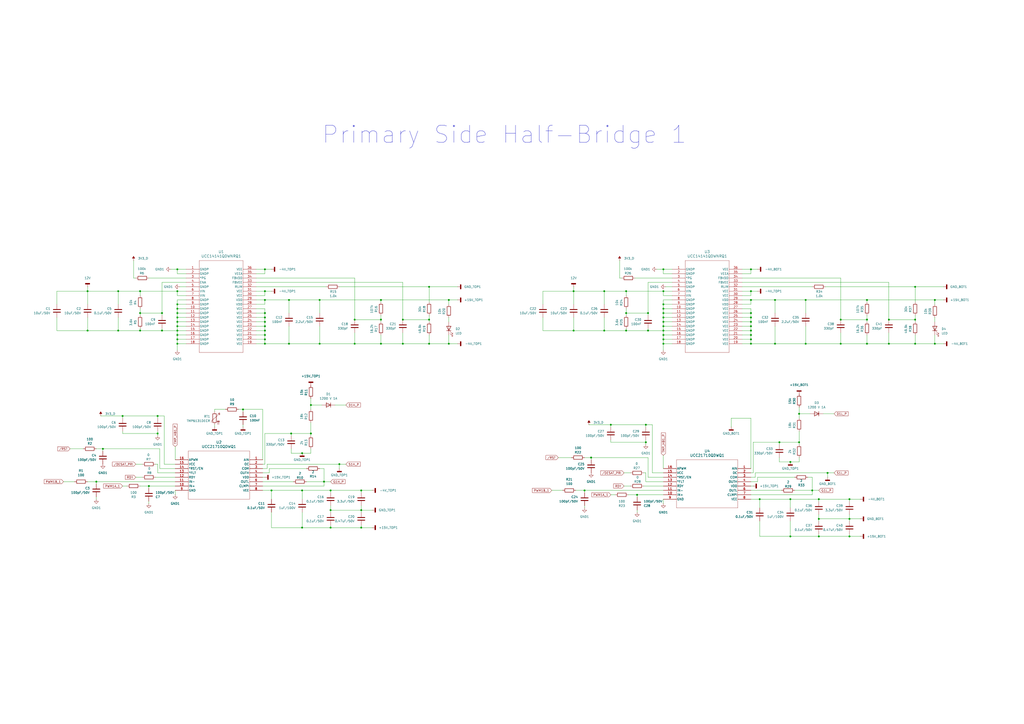
<source format=kicad_sch>
(kicad_sch (version 20231120) (generator "eeschema") (generator_version "8.0")
  (paper "A2")
  (junction (at 153.67 189.23))
  (junction (at 384.81 194.31))
  (junction (at 102.87 156.21))
  (junction (at 68.58 191.77))
  (junction (at 350.52 191.77))
  (junction (at 153.67 181.61))
  (junction (at 153.67 184.15))
  (junction (at 81.28 181.61))
  (junction (at 384.81 191.77))
  (junction (at 248.92 185.42))
  (junction (at 492.76 289.56))
  (junction (at 384.81 179.07))
  (junction (at 467.36 173.99))
  (junction (at 435.61 173.99))
  (junction (at 474.98 300.99))
  (junction (at 86.36 281.94))
  (junction (at 384.81 156.21))
  (junction (at 458.47 289.56))
  (junction (at 487.68 199.39))
  (junction (at 463.55 240.03))
  (junction (at 167.64 199.39))
  (junction (at 435.61 194.31))
  (junction (at 180.34 251.46))
  (junction (at 157.48 284.48))
  (junction (at 55.88 279.4))
  (junction (at 175.26 262.89))
  (junction (at 71.12 241.3))
  (junction (at 102.87 199.39))
  (junction (at 384.81 189.23))
  (junction (at 435.61 191.77))
  (junction (at 102.87 181.61))
  (junction (at 542.29 173.99))
  (junction (at 81.28 168.91))
  (junction (at 339.09 284.48))
  (junction (at 363.22 181.61))
  (junction (at 191.77 295.91))
  (junction (at 153.67 173.99))
  (junction (at 530.86 185.42))
  (junction (at 260.35 173.99))
  (junction (at 102.87 179.07))
  (junction (at 102.87 196.85))
  (junction (at 233.68 199.39))
  (junction (at 458.47 267.97))
  (junction (at 384.81 181.61))
  (junction (at 187.96 279.4))
  (junction (at 209.55 295.91))
  (junction (at 196.85 269.24))
  (junction (at 384.81 196.85))
  (junction (at 153.67 168.91))
  (junction (at 93.98 191.77))
  (junction (at 440.69 289.56))
  (junction (at 205.74 185.42))
  (junction (at 369.57 287.02))
  (junction (at 458.47 311.15))
  (junction (at 435.61 186.69))
  (junction (at 435.61 168.91))
  (junction (at 502.92 199.39))
  (junction (at 363.22 191.77))
  (junction (at 471.17 284.48))
  (junction (at 248.92 166.37))
  (junction (at 93.98 181.61))
  (junction (at 492.76 311.15))
  (junction (at 384.81 176.53))
  (junction (at 153.67 186.69))
  (junction (at 153.67 191.77))
  (junction (at 435.61 184.15))
  (junction (at 435.61 189.23))
  (junction (at 375.92 181.61))
  (junction (at 374.65 246.38))
  (junction (at 102.87 176.53))
  (junction (at 487.68 185.42))
  (junction (at 81.28 191.77))
  (junction (at 185.42 173.99))
  (junction (at 332.74 168.91))
  (junction (at 452.12 256.54))
  (junction (at 467.36 199.39))
  (junction (at 449.58 173.99))
  (junction (at 102.87 189.23))
  (junction (at 167.64 173.99))
  (junction (at 59.69 260.35))
  (junction (at 515.62 185.42))
  (junction (at 474.98 289.56))
  (junction (at 474.98 311.15))
  (junction (at 492.76 300.99))
  (junction (at 102.87 191.77))
  (junction (at 175.26 284.48))
  (junction (at 191.77 284.48))
  (junction (at 233.68 185.42))
  (junction (at 102.87 186.69))
  (junction (at 542.29 199.39))
  (junction (at 435.61 199.39))
  (junction (at 50.8 168.91))
  (junction (at 209.55 284.48))
  (junction (at 435.61 196.85))
  (junction (at 375.92 191.77))
  (junction (at 168.91 251.46))
  (junction (at 463.55 256.54))
  (junction (at 91.44 251.46))
  (junction (at 153.67 199.39))
  (junction (at 153.67 194.31))
  (junction (at 205.74 199.39))
  (junction (at 102.87 168.91))
  (junction (at 350.52 168.91))
  (junction (at 480.06 274.32))
  (junction (at 191.77 306.07))
  (junction (at 220.98 199.39))
  (junction (at 530.86 166.37))
  (junction (at 363.22 168.91))
  (junction (at 68.58 168.91))
  (junction (at 91.44 241.3))
  (junction (at 530.86 199.39))
  (junction (at 50.8 191.77))
  (junction (at 354.33 246.38))
  (junction (at 175.26 306.07))
  (junction (at 153.67 156.21))
  (junction (at 384.81 199.39))
  (junction (at 435.61 156.21))
  (junction (at 180.34 234.95))
  (junction (at 260.35 199.39))
  (junction (at 153.67 196.85))
  (junction (at 209.55 306.07))
  (junction (at 140.97 237.49))
  (junction (at 185.42 199.39))
  (junction (at 374.65 256.54))
  (junction (at 384.81 186.69))
  (junction (at 384.81 184.15))
  (junction (at 220.98 173.99))
  (junction (at 435.61 181.61))
  (junction (at 449.58 199.39))
  (junction (at 102.87 184.15))
  (junction (at 248.92 199.39))
  (junction (at 502.92 185.42))
  (junction (at 342.9 265.43))
  (junction (at 220.98 185.42))
  (junction (at 515.62 199.39))
  (junction (at 332.74 191.77))
  (junction (at 102.87 194.31))
  (junction (at 384.81 168.91))
  (junction (at 502.92 173.99))
  (wire (pts (xy 375.92 182.88) (xy 375.92 181.61)))
  (wire (pts (xy 463.55 240.03) (xy 463.55 242.57)))
  (wire (pts (xy 463.55 236.22) (xy 463.55 240.03)))
  (wire (pts (xy 187.96 279.4) (xy 187.96 281.94)))
  (wire (pts (xy 492.76 289.56) (xy 499.11 289.56)))
  (wire (pts (xy 68.58 184.15) (xy 68.58 191.77)))
  (wire (pts (xy 153.67 184.15) (xy 153.67 186.69)))
  (wire (pts (xy 248.92 185.42) (xy 248.92 186.69)))
  (wire (pts (xy 220.98 185.42) (xy 220.98 186.69)))
  (wire (pts (xy 384.81 276.86) (xy 375.92 276.86)))
  (wire (pts (xy 55.88 288.29) (xy 55.88 289.56)))
  (wire (pts (xy 248.92 199.39) (xy 260.35 199.39)))
  (wire (pts (xy 148.59 156.21) (xy 153.67 156.21)))
  (wire (pts (xy 384.81 264.16) (xy 384.81 271.78)))
  (wire (pts (xy 107.95 168.91) (xy 102.87 168.91)))
  (wire (pts (xy 187.96 279.4) (xy 191.77 279.4)))
  (wire (pts (xy 50.8 168.91) (xy 50.8 176.53)))
  (wire (pts (xy 438.15 276.86) (xy 435.61 276.86)))
  (wire (pts (xy 389.89 179.07) (xy 384.81 179.07)))
  (wire (pts (xy 478.79 166.37) (xy 530.86 166.37)))
  (wire (pts (xy 542.29 173.99) (xy 547.37 173.99)))
  (wire (pts (xy 95.25 269.24) (xy 95.25 241.3)))
  (wire (pts (xy 205.74 199.39) (xy 220.98 199.39)))
  (wire (pts (xy 363.22 181.61) (xy 363.22 182.88)))
  (wire (pts (xy 152.4 284.48) (xy 157.48 284.48)))
  (wire (pts (xy 471.17 276.86) (xy 471.17 284.48)))
  (wire (pts (xy 435.61 179.07) (xy 435.61 181.61)))
  (wire (pts (xy 233.68 185.42) (xy 248.92 185.42)))
  (wire (pts (xy 102.87 186.69) (xy 102.87 189.23)))
  (wire (pts (xy 332.74 191.77) (xy 350.52 191.77)))
  (wire (pts (xy 435.61 176.53) (xy 435.61 173.99)))
  (wire (pts (xy 435.61 271.78) (xy 435.61 242.57)))
  (wire (pts (xy 191.77 306.07) (xy 209.55 306.07)))
  (wire (pts (xy 435.61 287.02) (xy 471.17 287.02)))
  (wire (pts (xy 107.95 179.07) (xy 102.87 179.07)))
  (wire (pts (xy 471.17 284.48) (xy 471.17 287.02)))
  (wire (pts (xy 467.36 173.99) (xy 467.36 181.61)))
  (wire (pts (xy 374.65 279.4) (xy 374.65 274.32)))
  (wire (pts (xy 153.67 194.31) (xy 153.67 196.85)))
  (wire (pts (xy 474.98 298.45) (xy 474.98 300.99)))
  (wire (pts (xy 350.52 191.77) (xy 363.22 191.77)))
  (wire (pts (xy 384.81 184.15) (xy 384.81 186.69)))
  (wire (pts (xy 384.81 287.02) (xy 369.57 287.02)))
  (wire (pts (xy 154.94 269.24) (xy 154.94 271.78)))
  (wire (pts (xy 436.88 274.32) (xy 436.88 256.54)))
  (wire (pts (xy 314.96 191.77) (xy 332.74 191.77)))
  (wire (pts (xy 81.28 181.61) (xy 81.28 182.88)))
  (wire (pts (xy 153.67 181.61) (xy 153.67 184.15)))
  (wire (pts (xy 389.89 186.69) (xy 384.81 186.69)))
  (wire (pts (xy 260.35 173.99) (xy 260.35 176.53)))
  (wire (pts (xy 458.47 267.97) (xy 463.55 267.97)))
  (wire (pts (xy 102.87 199.39) (xy 102.87 203.2)))
  (wire (pts (xy 438.15 274.32) (xy 480.06 274.32)))
  (wire (pts (xy 515.62 199.39) (xy 530.86 199.39)))
  (wire (pts (xy 140.97 246.38) (xy 140.97 247.65)))
  (wire (pts (xy 374.65 256.54) (xy 374.65 257.81)))
  (wire (pts (xy 350.52 168.91) (xy 350.52 176.53)))
  (wire (pts (xy 175.26 289.56) (xy 175.26 284.48)))
  (wire (pts (xy 233.68 199.39) (xy 248.92 199.39)))
  (wire (pts (xy 320.04 284.48) (xy 326.39 284.48)))
  (wire (pts (xy 435.61 242.57) (xy 424.18 242.57)))
  (wire (pts (xy 384.81 181.61) (xy 384.81 184.15)))
  (wire (pts (xy 480.06 274.32) (xy 480.06 276.86)))
  (wire (pts (xy 375.92 181.61) (xy 363.22 181.61)))
  (wire (pts (xy 191.77 295.91) (xy 191.77 297.18)))
  (wire (pts (xy 185.42 189.23) (xy 185.42 199.39)))
  (wire (pts (xy 384.81 194.31) (xy 384.81 196.85)))
  (wire (pts (xy 220.98 175.26) (xy 220.98 173.99)))
  (wire (pts (xy 452.12 257.81) (xy 452.12 256.54)))
  (wire (pts (xy 153.67 156.21) (xy 157.48 156.21)))
  (wire (pts (xy 487.68 199.39) (xy 502.92 199.39)))
  (wire (pts (xy 435.61 191.77) (xy 435.61 194.31)))
  (wire (pts (xy 354.33 256.54) (xy 374.65 256.54)))
  (wire (pts (xy 389.89 181.61) (xy 384.81 181.61)))
  (wire (pts (xy 430.53 173.99) (xy 435.61 173.99)))
  (wire (pts (xy 71.12 241.3) (xy 71.12 242.57)))
  (wire (pts (xy 502.92 175.26) (xy 502.92 173.99)))
  (wire (pts (xy 36.83 279.4) (xy 43.18 279.4)))
  (wire (pts (xy 363.22 179.07) (xy 363.22 181.61)))
  (wire (pts (xy 148.59 158.75) (xy 153.67 158.75)))
  (wire (pts (xy 107.95 176.53) (xy 102.87 176.53)))
  (wire (pts (xy 187.96 271.78) (xy 187.96 279.4)))
  (wire (pts (xy 148.59 166.37) (xy 189.23 166.37)))
  (wire (pts (xy 502.92 182.88) (xy 502.92 185.42)))
  (wire (pts (xy 167.64 199.39) (xy 185.42 199.39)))
  (wire (pts (xy 368.3 161.29) (xy 389.89 161.29)))
  (wire (pts (xy 430.53 163.83) (xy 515.62 163.83)))
  (wire (pts (xy 439.42 276.86) (xy 439.42 279.4)))
  (wire (pts (xy 152.4 276.86) (xy 153.67 276.86)))
  (wire (pts (xy 124.46 246.38) (xy 124.46 247.65)))
  (wire (pts (xy 153.67 251.46) (xy 168.91 251.46)))
  (wire (pts (xy 323.85 265.43) (xy 331.47 265.43)))
  (wire (pts (xy 458.47 294.64) (xy 458.47 289.56)))
  (wire (pts (xy 107.95 158.75) (xy 102.87 158.75)))
  (wire (pts (xy 102.87 184.15) (xy 102.87 186.69)))
  (wire (pts (xy 156.21 271.78) (xy 156.21 274.32)))
  (wire (pts (xy 530.86 199.39) (xy 542.29 199.39)))
  (wire (pts (xy 369.57 295.91) (xy 369.57 297.18)))
  (wire (pts (xy 332.74 168.91) (xy 332.74 176.53)))
  (wire (pts (xy 502.92 194.31) (xy 502.92 199.39)))
  (wire (pts (xy 384.81 191.77) (xy 384.81 194.31)))
  (wire (pts (xy 102.87 176.53) (xy 102.87 179.07)))
  (wire (pts (xy 167.64 173.99) (xy 185.42 173.99)))
  (wire (pts (xy 373.38 274.32) (xy 374.65 274.32)))
  (wire (pts (xy 375.92 190.5) (xy 375.92 191.77)))
  (wire (pts (xy 175.26 284.48) (xy 191.77 284.48)))
  (wire (pts (xy 386.08 166.37) (xy 389.89 166.37)))
  (wire (pts (xy 474.98 289.56) (xy 492.76 289.56)))
  (wire (pts (xy 468.63 276.86) (xy 471.17 276.86)))
  (wire (pts (xy 205.74 185.42) (xy 220.98 185.42)))
  (wire (pts (xy 220.98 194.31) (xy 220.98 199.39)))
  (wire (pts (xy 435.61 199.39) (xy 449.58 199.39)))
  (wire (pts (xy 157.48 297.18) (xy 157.48 306.07)))
  (wire (pts (xy 384.81 158.75) (xy 384.81 156.21)))
  (wire (pts (xy 101.6 287.02) (xy 101.6 284.48)))
  (wire (pts (xy 492.76 300.99) (xy 499.11 300.99)))
  (wire (pts (xy 248.92 166.37) (xy 265.43 166.37)))
  (wire (pts (xy 332.74 168.91) (xy 314.96 168.91)))
  (wire (pts (xy 515.62 163.83) (xy 515.62 185.42)))
  (wire (pts (xy 148.59 189.23) (xy 153.67 189.23)))
  (wire (pts (xy 471.17 284.48) (xy 474.98 284.48)))
  (wire (pts (xy 430.53 191.77) (xy 435.61 191.77)))
  (wire (pts (xy 40.64 260.35) (xy 48.26 260.35)))
  (wire (pts (xy 86.36 290.83) (xy 86.36 292.1)))
  (wire (pts (xy 430.53 158.75) (xy 435.61 158.75)))
  (wire (pts (xy 361.95 274.32) (xy 365.76 274.32)))
  (wire (pts (xy 435.61 196.85) (xy 435.61 199.39)))
  (wire (pts (xy 463.55 257.81) (xy 463.55 256.54)))
  (wire (pts (xy 55.88 279.4) (xy 101.6 279.4)))
  (wire (pts (xy 430.53 156.21) (xy 435.61 156.21)))
  (wire (pts (xy 81.28 190.5) (xy 81.28 191.77)))
  (wire (pts (xy 449.58 173.99) (xy 467.36 173.99)))
  (wire (pts (xy 157.48 284.48) (xy 175.26 284.48)))
  (wire (pts (xy 430.53 186.69) (xy 435.61 186.69)))
  (wire (pts (xy 153.67 196.85) (xy 153.67 199.39)))
  (wire (pts (xy 102.87 189.23) (xy 102.87 191.77)))
  (wire (pts (xy 435.61 156.21) (xy 439.42 156.21)))
  (wire (pts (xy 152.4 279.4) (xy 170.18 279.4)))
  (wire (pts (xy 107.95 173.99) (xy 102.87 173.99)))
  (wire (pts (xy 233.68 163.83) (xy 233.68 185.42)))
  (wire (pts (xy 474.98 309.88) (xy 474.98 311.15)))
  (wire (pts (xy 215.9 306.07) (xy 209.55 306.07)))
  (wire (pts (xy 102.87 179.07) (xy 102.87 181.61)))
  (wire (pts (xy 314.96 168.91) (xy 314.96 176.53)))
  (wire (pts (xy 389.89 194.31) (xy 384.81 194.31)))
  (wire (pts (xy 209.55 284.48) (xy 215.9 284.48)))
  (wire (pts (xy 91.44 241.3) (xy 71.12 241.3)))
  (wire (pts (xy 430.53 184.15) (xy 435.61 184.15)))
  (wire (pts (xy 350.52 184.15) (xy 350.52 191.77)))
  (wire (pts (xy 180.34 252.73) (xy 180.34 251.46)))
  (wire (pts (xy 102.87 158.75) (xy 102.87 156.21)))
  (wire (pts (xy 530.86 166.37) (xy 530.86 175.26)))
  (wire (pts (xy 153.67 189.23) (xy 153.67 191.77)))
  (wire (pts (xy 461.01 284.48) (xy 471.17 284.48)))
  (wire (pts (xy 438.15 274.32) (xy 438.15 276.86)))
  (wire (pts (xy 492.76 289.56) (xy 492.76 290.83)))
  (wire (pts (xy 148.59 171.45) (xy 153.67 171.45)))
  (wire (pts (xy 107.95 191.77) (xy 102.87 191.77)))
  (wire (pts (xy 153.67 269.24) (xy 153.67 251.46)))
  (wire (pts (xy 474.98 300.99) (xy 492.76 300.99)))
  (wire (pts (xy 77.47 151.13) (xy 77.47 161.29)))
  (wire (pts (xy 384.81 186.69) (xy 384.81 189.23)))
  (wire (pts (xy 153.67 173.99) (xy 167.64 173.99)))
  (wire (pts (xy 260.35 184.15) (xy 260.35 186.69)))
  (wire (pts (xy 124.46 237.49) (xy 124.46 238.76)))
  (wire (pts (xy 153.67 186.69) (xy 153.67 189.23)))
  (wire (pts (xy 81.28 191.77) (xy 93.98 191.77)))
  (wire (pts (xy 157.48 284.48) (xy 157.48 289.56)))
  (wire (pts (xy 148.59 176.53) (xy 153.67 176.53)))
  (wire (pts (xy 148.59 184.15) (xy 153.67 184.15)))
  (wire (pts (xy 71.12 250.19) (xy 71.12 251.46)))
  (wire (pts (xy 435.61 173.99) (xy 449.58 173.99)))
  (wire (pts (xy 99.06 156.21) (xy 102.87 156.21)))
  (wire (pts (xy 430.53 166.37) (xy 471.17 166.37)))
  (wire (pts (xy 81.28 179.07) (xy 81.28 181.61)))
  (wire (pts (xy 435.61 194.31) (xy 435.61 196.85)))
  (wire (pts (xy 430.53 171.45) (xy 435.61 171.45)))
  (wire (pts (xy 339.09 284.48) (xy 334.01 284.48)))
  (wire (pts (xy 153.67 269.24) (xy 152.4 269.24)))
  (wire (pts (xy 374.65 256.54) (xy 374.65 255.27)))
  (wire (pts (xy 140.97 237.49) (xy 140.97 238.76)))
  (wire (pts (xy 424.18 242.57) (xy 424.18 247.65)))
  (wire (pts (xy 102.87 156.21) (xy 107.95 156.21)))
  (wire (pts (xy 191.77 304.8) (xy 191.77 306.07)))
  (wire (pts (xy 148.59 199.39) (xy 153.67 199.39)))
  (wire (pts (xy 499.11 311.15) (xy 492.76 311.15)))
  (wire (pts (xy 191.77 284.48) (xy 191.77 285.75)))
  (wire (pts (xy 389.89 196.85) (xy 384.81 196.85)))
  (wire (pts (xy 102.87 191.77) (xy 102.87 194.31)))
  (wire (pts (xy 196.85 166.37) (xy 248.92 166.37)))
  (wire (pts (xy 389.89 184.15) (xy 384.81 184.15)))
  (wire (pts (xy 148.59 191.77) (xy 153.67 191.77)))
  (wire (pts (xy 363.22 168.91) (xy 350.52 168.91)))
  (wire (pts (xy 487.68 161.29) (xy 487.68 185.42)))
  (wire (pts (xy 452.12 267.97) (xy 458.47 267.97)))
  (wire (pts (xy 71.12 251.46) (xy 91.44 251.46)))
  (wire (pts (xy 332.74 166.37) (xy 332.74 168.91)))
  (wire (pts (xy 93.98 190.5) (xy 93.98 191.77)))
  (wire (pts (xy 194.31 234.95) (xy 200.66 234.95)))
  (wire (pts (xy 156.21 274.32) (xy 152.4 274.32)))
  (wire (pts (xy 339.09 265.43) (xy 342.9 265.43)))
  (wire (pts (xy 153.67 191.77) (xy 153.67 194.31)))
  (wire (pts (xy 354.33 255.27) (xy 354.33 256.54)))
  (wire (pts (xy 384.81 189.23) (xy 384.81 191.77)))
  (wire (pts (xy 369.57 287.02) (xy 364.49 287.02)))
  (wire (pts (xy 153.67 168.91) (xy 153.67 171.45)))
  (wire (pts (xy 530.86 194.31) (xy 530.86 199.39)))
  (wire (pts (xy 435.61 168.91) (xy 435.61 171.45)))
  (wire (pts (xy 185.42 199.39) (xy 205.74 199.39)))
  (wire (pts (xy 430.53 189.23) (xy 435.61 189.23)))
  (wire (pts (xy 374.65 246.38) (xy 354.33 246.38)))
  (wire (pts (xy 153.67 158.75) (xy 153.67 156.21)))
  (wire (pts (xy 384.81 196.85) (xy 384.81 199.39)))
  (wire (pts (xy 260.35 199.39) (xy 265.43 199.39)))
  (wire (pts (xy 180.34 245.11) (xy 180.34 251.46)))
  (wire (pts (xy 180.34 234.95) (xy 186.69 234.95)))
  (wire (pts (xy 91.44 251.46) (xy 91.44 250.19)))
  (wire (pts (xy 542.29 194.31) (xy 542.29 199.39)))
  (wire (pts (xy 90.17 269.24) (xy 91.44 269.24)))
  (wire (pts (xy 384.81 179.07) (xy 384.81 181.61)))
  (wire (pts (xy 384.81 292.1) (xy 384.81 289.56)))
  (wire (pts (xy 314.96 184.15) (xy 314.96 191.77)))
  (wire (pts (xy 101.6 281.94) (xy 86.36 281.94)))
  (wire (pts (xy 167.64 189.23) (xy 167.64 199.39)))
  (wire (pts (xy 55.88 279.4) (xy 50.8 279.4)))
  (wire (pts (xy 374.65 247.65) (xy 374.65 246.38)))
  (wire (pts (xy 339.09 285.75) (xy 339.09 284.48)))
  (wire (pts (xy 209.55 293.37) (xy 209.55 295.91)))
  (wire (pts (xy 435.61 189.23) (xy 435.61 191.77)))
  (wire (pts (xy 107.95 189.23) (xy 102.87 189.23)))
  (wire (pts (xy 153.67 176.53) (xy 153.67 173.99)))
  (wire (pts (xy 342.9 265.43) (xy 375.92 265.43)))
  (wire (pts (xy 68.58 168.91) (xy 68.58 176.53)))
  (wire (pts (xy 107.95 163.83) (xy 93.98 163.83)))
  (wire (pts (xy 152.4 237.49) (xy 140.97 237.49)))
  (wire (pts (xy 375.92 191.77) (xy 384.81 191.77)))
  (wire (pts (xy 81.28 171.45) (xy 81.28 168.91)))
  (wire (pts (xy 435.61 181.61) (xy 435.61 184.15)))
  (wire (pts (xy 389.89 163.83) (xy 375.92 163.83)))
  (wire (pts (xy 463.55 265.43) (xy 463.55 267.97)))
  (wire (pts (xy 92.71 271.78) (xy 92.71 260.35)))
  (wire (pts (xy 102.87 173.99) (xy 102.87 176.53)))
  (wire (pts (xy 359.41 161.29) (xy 360.68 161.29)))
  (wire (pts (xy 95.25 241.3) (xy 91.44 241.3)))
  (wire (pts (xy 440.69 302.26) (xy 440.69 311.15)))
  (wire (pts (xy 389.89 168.91) (xy 384.81 168.91)))
  (wire (pts (xy 381 156.21) (xy 384.81 156.21)))
  (wire (pts (xy 33.02 168.91) (xy 33.02 176.53)))
  (wire (pts (xy 492.76 300.99) (xy 492.76 302.26)))
  (wire (pts (xy 480.06 274.32) (xy 483.87 274.32)))
  (wire (pts (xy 148.59 181.61) (xy 153.67 181.61)))
  (wire (pts (xy 373.38 281.94) (xy 384.81 281.94)))
  (wire (pts (xy 220.98 199.39) (xy 233.68 199.39)))
  (wire (pts (xy 436.88 256.54) (xy 452.12 256.54)))
  (wire (pts (xy 384.81 171.45) (xy 384.81 168.91)))
  (wire (pts (xy 205.74 193.04) (xy 205.74 199.39)))
  (wire (pts (xy 104.14 166.37) (xy 107.95 166.37)))
  (wire (pts (xy 389.89 176.53) (xy 384.81 176.53)))
  (wire (pts (xy 101.6 271.78) (xy 92.71 271.78)))
  (wire (pts (xy 542.29 199.39) (xy 547.37 199.39)))
  (wire (pts (xy 452.12 265.43) (xy 452.12 267.97)))
  (wire (pts (xy 474.98 300.99) (xy 474.98 302.26)))
  (wire (pts (xy 196.85 269.24) (xy 200.66 269.24)))
  (wire (pts (xy 248.92 182.88) (xy 248.92 185.42)))
  (wire (pts (xy 209.55 284.48) (xy 209.55 285.75)))
  (wire (pts (xy 342.9 265.43) (xy 342.9 266.7)))
  (wire (pts (xy 101.6 269.24) (xy 95.25 269.24)))
  (wire (pts (xy 78.74 276.86) (xy 82.55 276.86)))
  (wire (pts (xy 430.53 179.07) (xy 435.61 179.07)))
  (wire (pts (xy 354.33 246.38) (xy 354.33 247.65)))
  (wire (pts (xy 33.02 184.15) (xy 33.02 191.77)))
  (wire (pts (xy 502.92 185.42) (xy 502.92 186.69)))
  (wire (pts (xy 467.36 189.23) (xy 467.36 199.39)))
  (wire (pts (xy 148.59 173.99) (xy 153.67 173.99)))
  (wire (pts (xy 209.55 295.91) (xy 209.55 297.18)))
  (wire (pts (xy 430.53 168.91) (xy 435.61 168.91)))
  (wire (pts (xy 153.67 199.39) (xy 167.64 199.39)))
  (wire (pts (xy 157.48 306.07) (xy 175.26 306.07)))
  (wire (pts (xy 487.68 193.04) (xy 487.68 199.39)))
  (wire (pts (xy 185.42 173.99) (xy 220.98 173.99)))
  (wire (pts (xy 180.34 231.14) (xy 180.34 234.95)))
  (wire (pts (xy 180.34 251.46) (xy 168.91 251.46)))
  (wire (pts (xy 435.61 186.69) (xy 435.61 189.23)))
  (wire (pts (xy 384.81 199.39) (xy 384.81 203.2)))
  (wire (pts (xy 375.92 276.86) (xy 375.92 265.43)))
  (wire (pts (xy 332.74 184.15) (xy 332.74 191.77)))
  (wire (pts (xy 175.26 297.18) (xy 175.26 306.07)))
  (wire (pts (xy 248.92 194.31) (xy 248.92 199.39)))
  (wire (pts (xy 152.4 266.7) (xy 152.4 237.49)))
  (wire (pts (xy 33.02 191.77) (xy 50.8 191.77)))
  (wire (pts (xy 209.55 295.91) (xy 215.9 295.91)))
  (wire (pts (xy 463.55 256.54) (xy 452.12 256.54)))
  (wire (pts (xy 389.89 199.39) (xy 384.81 199.39)))
  (wire (pts (xy 58.42 241.3) (xy 71.12 241.3)))
  (wire (pts (xy 458.47 289.56) (xy 474.98 289.56)))
  (wire (pts (xy 175.26 306.07) (xy 191.77 306.07)))
  (wire (pts (xy 363.22 190.5) (xy 363.22 191.77)))
  (wire (pts (xy 102.87 171.45) (xy 102.87 168.91)))
  (wire (pts (xy 153.67 179.07) (xy 153.67 181.61)))
  (wire (pts (xy 196.85 269.24) (xy 196.85 271.78)))
  (wire (pts (xy 68.58 191.77) (xy 81.28 191.77)))
  (wire (pts (xy 138.43 237.49) (xy 140.97 237.49)))
  (wire (pts (xy 389.89 189.23) (xy 384.81 189.23)))
  (wire (pts (xy 102.87 181.61) (xy 102.87 184.15)))
  (wire (pts (xy 91.44 242.57) (xy 91.44 241.3)))
  (wire (pts (xy 363.22 171.45) (xy 363.22 168.91)))
  (wire (pts (xy 50.8 191.77) (xy 68.58 191.77)))
  (wire (pts (xy 209.55 306.07) (xy 209.55 304.8)))
  (wire (pts (xy 153.67 168.91) (xy 157.48 168.91)))
  (wire (pts (xy 91.44 251.46) (xy 91.44 252.73)))
  (wire (pts (xy 389.89 158.75) (xy 384.81 158.75)))
  (wire (pts (xy 542.29 173.99) (xy 542.29 176.53)))
  (wire (pts (xy 55.88 280.67) (xy 55.88 279.4)))
  (wire (pts (xy 93.98 181.61) (xy 81.28 181.61)))
  (wire (pts (xy 59.69 260.35) (xy 59.69 261.62)))
  (wire (pts (xy 107.95 181.61) (xy 102.87 181.61)))
  (wire (pts (xy 148.59 194.31) (xy 153.67 194.31)))
  (wire (pts (xy 440.69 289.56) (xy 458.47 289.56)))
  (wire (pts (xy 440.69 289.56) (xy 440.69 294.64)))
  (wire (pts (xy 439.42 276.86) (xy 461.01 276.86)))
  (wire (pts (xy 363.22 168.91) (xy 384.81 168.91)))
  (wire (pts (xy 148.59 168.91) (xy 153.67 168.91)))
  (wire (pts (xy 50.8 166.37) (xy 50.8 168.91)))
  (wire (pts (xy 102.87 196.85) (xy 102.87 199.39)))
  (wire (pts (xy 463.55 240.03) (xy 469.9 240.03)))
  (wire (pts (xy 458.47 311.15) (xy 474.98 311.15)))
  (wire (pts (xy 492.76 311.15) (xy 492.76 309.88)))
  (wire (pts (xy 55.88 260.35) (xy 59.69 260.35)))
  (wire (pts (xy 154.94 271.78) (xy 152.4 271.78)))
  (wire (pts (xy 530.86 185.42) (xy 530.86 186.69)))
  (wire (pts (xy 359.41 151.13) (xy 359.41 161.29)))
  (wire (pts (xy 185.42 271.78) (xy 187.96 271.78)))
  (wire (pts (xy 430.53 161.29) (xy 487.68 161.29)))
  (wire (pts (xy 220.98 182.88) (xy 220.98 185.42)))
  (wire (pts (xy 260.35 173.99) (xy 265.43 173.99)))
  (wire (pts (xy 130.81 237.49) (xy 124.46 237.49)))
  (wire (pts (xy 167.64 173.99) (xy 167.64 181.61)))
  (wire (pts (xy 107.95 194.31) (xy 102.87 194.31)))
  (wire (pts (xy 339.09 293.37) (xy 339.09 294.64)))
  (wire (pts (xy 68.58 168.91) (xy 50.8 168.91)))
  (wire (pts (xy 430.53 181.61) (xy 435.61 181.61)))
  (wire (pts (xy 59.69 260.35) (xy 92.71 260.35)))
  (wire (pts (xy 430.53 176.53) (xy 435.61 176.53)))
  (wire (pts (xy 350.52 168.91) (xy 332.74 168.91)))
  (wire (pts (xy 363.22 191.77) (xy 375.92 191.77)))
  (wire (pts (xy 91.44 274.32) (xy 91.44 269.24)))
  (wire (pts (xy 205.74 161.29) (xy 205.74 185.42)))
  (wire (pts (xy 191.77 293.37) (xy 191.77 295.91)))
  (wire (pts (xy 502.92 199.39) (xy 515.62 199.39)))
  (wire (pts (xy 102.87 194.31) (xy 102.87 196.85)))
  (wire (pts (xy 93.98 163.83) (xy 93.98 181.61)))
  (wire (pts (xy 90.17 276.86) (xy 101.6 276.86)))
  (wire (pts (xy 354.33 287.02) (xy 356.87 287.02)))
  (wire (pts (xy 86.36 281.94) (xy 81.28 281.94)))
  (wire (pts (xy 474.98 289.56) (xy 474.98 290.83)))
  (wire (pts (xy 77.47 161.29) (xy 78.74 161.29)))
  (wire (pts (xy 384.81 274.32) (xy 378.46 274.32)))
  (wire (pts (xy 180.34 234.95) (xy 180.34 237.49)))
  (wire (pts (xy 148.59 161.29) (xy 205.74 161.29)))
  (wire (pts (xy 50.8 184.15) (xy 50.8 191.77)))
  (wire (pts (xy 177.8 279.4) (xy 187.96 279.4)))
  (wire (pts (xy 502.92 173.99) (xy 542.29 173.99)))
  (wire (pts (xy 168.91 252.73) (xy 168.91 251.46)))
  (wire (pts (xy 449.58 199.39) (xy 467.36 199.39)))
  (wire (pts (xy 430.53 196.85) (xy 435.61 196.85)))
  (wire (pts (xy 530.86 166.37) (xy 547.37 166.37)))
  (wire (pts (xy 148.59 186.69) (xy 153.67 186.69)))
  (wire (pts (xy 435.61 168.91) (xy 439.42 168.91)))
  (wire (pts (xy 378.46 246.38) (xy 374.65 246.38)))
  (wire (pts (xy 515.62 193.04) (xy 515.62 199.39)))
  (wire (pts (xy 449.58 189.23) (xy 449.58 199.39)))
  (wire (pts (xy 375.92 163.83) (xy 375.92 181.61)))
  (wire (pts (xy 384.81 279.4) (xy 374.65 279.4)))
  (wire (pts (xy 107.95 184.15) (xy 102.87 184.15)))
  (wire (pts (xy 260.35 194.31) (xy 260.35 199.39)))
  (wire (pts (xy 101.6 259.08) (xy 101.6 266.7)))
  (wire (pts (xy 389.89 171.45) (xy 384.81 171.45)))
  (wire (pts (xy 107.95 196.85) (xy 102.87 196.85)))
  (wire (pts (xy 78.74 269.24) (xy 82.55 269.24)))
  (wire (pts (xy 93.98 191.77) (xy 102.87 191.77)))
  (wire (pts (xy 185.42 173.99) (xy 185.42 181.61)))
  (wire (pts (xy 436.88 274.32) (xy 435.61 274.32)))
  (wire (pts (xy 341.63 246.38) (xy 354.33 246.38)))
  (wire (pts (xy 175.26 262.89) (xy 180.34 262.89)))
  (wire (pts (xy 435.61 289.56) (xy 440.69 289.56)))
  (wire (pts (xy 474.98 311.15) (xy 492.76 311.15)))
  (wire (pts (xy 542.29 184.15) (xy 542.29 186.69)))
  (wire (pts (xy 148.59 196.85) (xy 153.67 196.85)))
  (wire (pts (xy 384.81 173.99) (xy 384.81 176.53)))
  (wire (pts (xy 107.95 186.69) (xy 102.87 186.69)))
  (wire (pts (xy 435.61 184.15) (xy 435.61 186.69)))
  (wire (pts (xy 530.86 182.88) (xy 530.86 185.42)))
  (wire (pts (xy 93.98 182.88) (xy 93.98 181.61)))
  (wire (pts (xy 71.12 281.94) (xy 73.66 281.94)))
  (wire (pts (xy 148.59 163.83) (xy 233.68 163.83)))
  (wire (pts (xy 440.69 311.15) (xy 458.47 311.15)))
  (wire (pts (xy 467.36 199.39) (xy 487.68 199.39)))
  (wire (pts (xy 154.94 269.24) (xy 196.85 269.24)))
  (wire (pts (xy 168.91 262.89) (xy 175.26 262.89)))
  (wire (pts (xy 81.28 168.91) (xy 68.58 168.91)))
  (wire (pts (xy 81.28 168.91) (xy 102.87 168.91)))
  (wire (pts (xy 180.34 260.35) (xy 180.34 262.89)))
  (wire (pts (xy 463.55 250.19) (xy 463.55 256.54)))
  (wire (pts (xy 191.77 284.48) (xy 209.55 284.48)))
  (wire (pts (xy 50.8 168.91) (xy 33.02 168.91)))
  (wire (pts (xy 107.95 171.45) (xy 102.87 171.45)))
  (wire (pts (xy 487.68 185.42) (xy 502.92 185.42)))
  (wire (pts (xy 361.95 281.94) (xy 365.76 281.94)))
  (wire (pts (xy 233.68 193.04) (xy 233.68 199.39)))
  (wire (pts (xy 449.58 173.99) (xy 449.58 181.61)))
  (wire (pts (xy 86.36 161.29) (xy 107.95 161.29)))
  (wire (pts (xy 168.91 260.35) (xy 168.91 262.89)))
  (wire (pts (xy 435.61 158.75) (xy 435.61 156.21)))
  (wire (pts (xy 86.36 281.94) (xy 86.36 283.21)))
  (wire (pts (xy 430.53 194.31) (xy 435.61 194.31)))
  (wire (pts (xy 148.59 179.07) (xy 153.67 179.07)))
  (wire (pts (xy 467.36 173.99) (xy 502.92 173.99)))
  (wire (pts (xy 156.21 271.78) (xy 177.8 271.78)))
  (wire (pts (xy 435.61 284.48) (xy 453.39 284.48)))
  (wire (pts (xy 107.95 199.39) (xy 102.87 199.39)))
  (wire (pts (xy 220.98 173.99) (xy 260.35 173.99)))
  (wire (pts (xy 430.53 199.39) (xy 435.61 199.39)))
  (wire (pts (xy 101.6 274.32) (xy 91.44 274.32)))
  (wire (pts (xy 492.76 298.45) (xy 492.76 300.99)))
  (wire (pts (xy 439.42 279.4) (xy 435.61 279.4)))
  (wire (pts (xy 384.81 176.53) (xy 384.81 179.07)))
  (wire (pts (xy 477.52 240.03) (xy 483.87 240.03)))
  (wire (pts (xy 458.47 302.26) (xy 458.47 311.15)))
  (wire (pts (xy 339.09 284.48) (xy 384.81 284.48)))
  (wire (pts (xy 152.4 281.94) (xy 187.96 281.94)))
  (wire (pts (xy 191.77 295.91) (xy 209.55 295.91)))
  (wire (pts (xy 389.89 173.99) (xy 384.81 173.99)))
  (wire (pts (xy 384.81 156.21) (xy 389.89 156.21)))
  (wire (pts (xy 435.61 281.94) (xy 436.88 281.94)))
  (wire (pts (xy 248.92 166.37) (xy 248.92 175.26)))
  (wire (pts (xy 515.62 185.42) (xy 530.86 185.42)))
  (wire (pts (xy 378.46 274.32) (xy 378.46 246.38)))
  (wire (pts (xy 389.89 191.77) (xy 384.81 191.77)))
  (wire (pts (xy 369.57 287.02) (xy 369.57 288.29)))
  (text "Primary Side Half-Bridge 1" (at 292.608 78.232 0) (effects (font (size 10 10))))
  (global_label "TMP_HB1_P" (shape input) (at 384.81 264.16 90) (property "Intersheetrefs" "${INTERSHEET_REFS}" (effects (hide yes))))
  (global_label "PWM1A_1" (shape input) (at 71.12 281.94 180) (property "Intersheetrefs" "${INTERSHEET_REFS}" (effects (hide yes))))
  (global_label "{slash}RST" (shape input) (at 40.64 260.35 180) (property "Intersheetrefs" "${INTERSHEET_REFS}" (effects (hide yes))))
  (global_label "TMP_HB1_P" (shape input) (at 101.6 259.08 90) (property "Intersheetrefs" "${INTERSHEET_REFS}" (effects (hide yes))))
  (global_label "G1H_P" (shape input) (at 191.77 279.4 0) (property "Intersheetrefs" "${INTERSHEET_REFS}" (effects (hide yes))))
  (global_label "G1L_P" (shape input) (at 474.98 284.48 0) (property "Intersheetrefs" "${INTERSHEET_REFS}" (effects (hide yes))))
  (global_label "S1H_P" (shape input) (at 200.66 269.24 0) (property "Intersheetrefs" "${INTERSHEET_REFS}" (effects (hide yes))))
  (global_label "PWM1A_1" (shape input) (at 354.33 287.02 180) (property "Intersheetrefs" "${INTERSHEET_REFS}" (effects (hide yes))))
  (global_label "PWM1B_1" (shape input) (at 36.83 279.4 180) (property "Intersheetrefs" "${INTERSHEET_REFS}" (effects (hide yes))))
  (global_label "RDY" (shape input) (at 78.74 276.86 180) (property "Intersheetrefs" "${INTERSHEET_REFS}" (effects (hide yes))))
  (global_label "D1L_P" (shape input) (at 483.87 240.03 0) (property "Intersheetrefs" "${INTERSHEET_REFS}" (effects (hide yes))))
  (global_label "PWM1B_1" (shape input) (at 320.04 284.48 180) (property "Intersheetrefs" "${INTERSHEET_REFS}" (effects (hide yes))))
  (global_label "{slash}DESAT_PRI" (shape input) (at 78.74 269.24 180) (property "Intersheetrefs" "${INTERSHEET_REFS}" (effects (hide yes))))
  (global_label "RDY" (shape input) (at 361.95 281.94 180) (property "Intersheetrefs" "${INTERSHEET_REFS}" (effects (hide yes))))
  (global_label "{slash}DESAT_PRI" (shape input) (at 361.95 274.32 180) (property "Intersheetrefs" "${INTERSHEET_REFS}" (effects (hide yes))))
  (global_label "S1L_P" (shape input) (at 483.87 274.32 0) (property "Intersheetrefs" "${INTERSHEET_REFS}" (effects (hide yes))))
  (global_label "D1H_P" (shape input) (at 200.66 234.95 0) (property "Intersheetrefs" "${INTERSHEET_REFS}" (effects (hide yes))))
  (global_label "{slash}RST" (shape input) (at 323.85 265.43 180) (property "Intersheetrefs" "${INTERSHEET_REFS}" (effects (hide yes))))
  (symbol (lib_id "power:GND1") (at 381 156.21 270) (mirror x) (unit 1)
    (property "Reference" "#PWR033" (effects (hide yes)))
    (property "Value" "GND1" (at 377.19 156.2099 90) (effects (justify right)))
    (property "Description" "Power symbol creates a global label with name \"GND1\" , ground" (effects (hide yes)))
  )
  (symbol (lib_id "Device:R") (at 52.07 260.35 90) (mirror x) (unit 1)
    (property "Reference" "R2" (at 52.07 257.302 90))
    (property "Value" "100" (at 52.07 254.762 90))
    (property "Footprint" "Resistor_SMD:R_0201_0603Metric" (effects (hide yes)))
    (property "Description" "Resistor" (effects (hide yes)))
  )
  (symbol (lib_id "Device:R") (at 330.2 284.48 90) (mirror x) (unit 1)
    (property "Reference" "R21" (at 330.2 278.13 90))
    (property "Value" "100" (at 330.2 280.67 90))
    (property "Footprint" "Resistor_SMD:R_0201_0603Metric" (effects (hide yes)))
    (property "Description" "Resistor" (effects (hide yes)))
  )
  (symbol (lib_id "Device:C") (at 157.48 293.37 0) (mirror x) (unit 1)
    (property "Reference" "C11" (at 153.67 292.0999 0) (effects (justify right)))
    (property "Value" "0.1uF/50V" (at 153.67 294.6399 0) (effects (justify right)))
    (property "Footprint" "Capacitor_SMD:C_1206_3216Metric" (effects (hide yes)))
    (property "Description" "Unpolarized capacitor" (effects (hide yes)))
  )
  (symbol (lib_id "Device:C") (at 209.55 300.99 0) (mirror x) (unit 1)
    (property "Reference" "C20" (at 205.74 299.7199 0) (effects (justify right)))
    (property "Value" "0.47uF/50V" (at 205.74 302.2599 0) (effects (justify right)))
    (property "Footprint" "Capacitor_SMD:C_1206_3216Metric" (effects (hide yes)))
    (property "Description" "Unpolarized capacitor" (effects (hide yes)))
  )
  (symbol (lib_id "Device:C") (at 452.12 261.62 0) (mirror x) (unit 1)
    (property "Reference" "C33" (at 448.31 260.3499 0) (effects (justify right)))
    (property "Value" "330pF/50V" (at 448.31 262.8899 0) (effects (justify right)))
    (property "Footprint" "Capacitor_SMD:C_0201_0603Metric" (effects (hide yes)))
    (property "Description" "Unpolarized capacitor" (effects (hide yes)))
  )
  (symbol (lib_id "Device:D") (at 190.5 234.95 180) (unit 1)
    (property "Reference" "D1" (at 190.5 228.6 0))
    (property "Value" "1200 V 1A" (at 190.5 231.14 0))
    (property "Footprint" "Diode_SMD:D_SMA" (effects (hide yes)))
    (property "Description" "Diode" (effects (hide yes)))
    (property "Sim.Device" "D" (effects (hide yes)))
    (property "Sim.Pins" "1=K 2=A" (effects (hide yes)))
  )
  (symbol (lib_id "Device:C") (at 374.65 251.46 0) (mirror x) (unit 1)
    (property "Reference" "C29" (at 370.84 250.1899 0) (effects (justify right)))
    (property "Value" "100pF/50V" (at 370.84 252.7299 0) (effects (justify right)))
    (property "Footprint" "Capacitor_SMD:C_0201_0603Metric" (effects (hide yes)))
    (property "Description" "Unpolarized capacitor" (effects (hide yes)))
  )
  (symbol (lib_id "power:GNDD") (at 215.9 295.91 90) (unit 1)
    (property "Reference" "#PWR021" (effects (hide yes)))
    (property "Value" "GND_TOP1" (at 219.71 295.9099 90) (effects (justify right)))
    (property "Description" "Power symbol creates a global label with name \"GNDD\" , digital ground" (effects (hide yes)))
  )
  (symbol (lib_id "power:GNDD") (at 499.11 300.99 90) (unit 1)
    (property "Reference" "#PWR045" (effects (hide yes)))
    (property "Value" "GND_BOT1" (at 502.92 300.9899 90) (effects (justify right)))
    (property "Description" "Power symbol creates a global label with name \"GNDD\" , digital ground" (effects (hide yes)))
  )
  (symbol (lib_id "UCC14141QDWNRQ1:UCC14141QDWNRQ1") (at 389.89 156.21 0) (unit 1)
    (property "Reference" "U3" (at 410.21 146.05 0) (effects (font (size 1.524 1.524))))
    (property "Value" "UCC14141QDWNRQ1" (at 410.21 148.59 0) (effects (font (size 1.524 1.524))))
    (property "Footprint" "SSOP36_DWN_TEX" (effects (hide yes)))
    (property "Datasheet" "UCC14141QDWNRQ1" (effects (hide yes)))
  )
  (symbol (lib_id "UCC14141QDWNRQ1:UCC14141QDWNRQ1") (at 107.95 156.21 0) (unit 1)
    (property "Reference" "U1" (at 128.27 146.05 0) (effects (font (size 1.524 1.524))))
    (property "Value" "UCC14141QDWNRQ1" (at 128.27 148.59 0) (effects (font (size 1.524 1.524))))
    (property "Footprint" "SSOP36_DWN_TEX" (effects (hide yes)))
    (property "Datasheet" "UCC14141QDWNRQ1" (effects (hide yes)))
  )
  (symbol (lib_id "Device:C") (at 191.77 300.99 0) (mirror x) (unit 1)
    (property "Reference" "C17" (at 187.96 299.7199 0) (effects (justify right)))
    (property "Value" "0.1uF/50V" (at 187.96 302.2599 0) (effects (justify right)))
    (property "Footprint" "Capacitor_SMD:C_1206_3216Metric" (effects (hide yes)))
    (property "Description" "Unpolarized capacitor" (effects (hide yes)))
  )
  (symbol (lib_id "Device:C") (at 369.57 292.1 0) (mirror x) (unit 1)
    (property "Reference" "C28" (at 373.38 293.3701 0) (effects (justify left)))
    (property "Value" "100pF/50V" (at 373.38 290.8301 0) (effects (justify left)))
    (property "Footprint" "Capacitor_SMD:C_0201_0603Metric" (effects (hide yes)))
    (property "Description" "Unpolarized capacitor" (effects (hide yes)))
  )
  (symbol (lib_id "Device:R") (at 363.22 175.26 0) (mirror x) (unit 1)
    (property "Reference" "R24" (at 360.426 175.514 90))
    (property "Value" "10k" (at 357.886 175.514 90))
    (property "Footprint" "Resistor_SMD:R_0201_0603Metric" (effects (hide yes)))
    (property "Description" "Resistor" (effects (hide yes)))
  )
  (symbol (lib_id "Device:R") (at 180.34 241.3 0) (mirror x) (unit 1)
    (property "Reference" "R12" (at 177.546 241.554 90))
    (property "Value" "18k" (at 175.006 241.554 90))
    (property "Footprint" "Resistor_SMD:R_0201_0603Metric" (effects (hide yes)))
    (property "Description" "Resistor" (effects (hide yes)))
  )
  (symbol (lib_id "power:GNDD") (at 458.47 267.97 0) (unit 1)
    (property "Reference" "#PWR041" (effects (hide yes)))
    (property "Value" "GND_TOP1" (at 458.47 271.78 0))
    (property "Description" "Power symbol creates a global label with name \"GNDD\" , digital ground" (effects (hide yes)))
  )
  (symbol (lib_id "power:GNDD") (at 547.37 173.99 90) (unit 1)
    (property "Reference" "#PWR048" (effects (hide yes)))
    (property "Value" "+15V_BOT1" (at 551.18 173.9899 90) (effects (justify right)))
    (property "Description" "Power symbol creates a global label with name \"GNDD\" , digital ground" (effects (hide yes)))
  )
  (symbol (lib_id "power:GND1") (at 101.6 287.02 0) (mirror y) (unit 1)
    (property "Reference" "#PWR09" (effects (hide yes)))
    (property "Value" "GND1" (at 101.6 292.1 0))
    (property "Description" "Power symbol creates a global label with name \"GND1\" , ground" (effects (hide yes)))
  )
  (symbol (lib_id "Device:C") (at 191.77 289.56 0) (mirror x) (unit 1)
    (property "Reference" "C16" (at 187.96 288.2899 0) (effects (justify right)))
    (property "Value" "0.1uF/50V" (at 187.96 290.8299 0) (effects (justify right)))
    (property "Footprint" "Capacitor_SMD:C_1206_3216Metric" (effects (hide yes)))
    (property "Description" "Unpolarized capacitor" (effects (hide yes)))
  )
  (symbol (lib_id "power:GNDD") (at 215.9 306.07 90) (unit 1)
    (property "Reference" "#PWR022" (effects (hide yes)))
    (property "Value" "+15V_TOP1" (at 219.71 306.0699 90) (effects (justify right)))
    (property "Description" "Power symbol creates a global label with name \"GNDD\" , digital ground" (effects (hide yes)))
  )
  (symbol (lib_id "Device:C") (at 93.98 186.69 0) (mirror x) (unit 1)
    (property "Reference" "C9" (at 90.17 185.4199 0) (effects (justify right)))
    (property "Value" "100nF" (at 90.17 187.9599 0) (effects (justify right)))
    (property "Footprint" "Capacitor_SMD:C_0201_0603Metric" (effects (hide yes)))
    (property "Description" "Unpolarized capacitor" (effects (hide yes)))
  )
  (symbol (lib_id "Device:C") (at 474.98 306.07 0) (mirror x) (unit 1)
    (property "Reference" "C37" (at 471.17 304.7999 0) (effects (justify right)))
    (property "Value" "0.1uF/50V" (at 471.17 307.3399 0) (effects (justify right)))
    (property "Footprint" "Capacitor_SMD:C_1206_3216Metric" (effects (hide yes)))
    (property "Description" "Unpolarized capacitor" (effects (hide yes)))
  )
  (symbol (lib_id "Device:R") (at 463.55 261.62 0) (mirror x) (unit 1)
    (property "Reference" "R32" (at 460.756 261.874 90))
    (property "Value" "2k" (at 458.216 261.874 90))
    (property "Footprint" "Resistor_SMD:R_0201_0603Metric" (effects (hide yes)))
    (property "Description" "Resistor" (effects (hide yes)))
  )
  (symbol (lib_id "power:GNDD") (at 215.9 284.48 90) (unit 1)
    (property "Reference" "#PWR020" (effects (hide yes)))
    (property "Value" "-4V_TOP1" (at 220.218 284.48 90) (effects (justify right)))
    (property "Description" "Power symbol creates a global label with name \"GNDD\" , digital ground" (effects (hide yes)))
  )
  (symbol (lib_id "power:GNDD") (at 480.06 276.86 0) (unit 1)
    (property "Reference" "#PWR043" (effects (hide yes)))
    (property "Value" "GND_BOT1" (at 480.06 280.67 0))
    (property "Description" "Power symbol creates a global label with name \"GNDD\" , digital ground" (effects (hide yes)))
  )
  (symbol (lib_id "Device:R") (at 248.92 179.07 0) (mirror x) (unit 1)
    (property "Reference" "R18" (at 246.126 179.324 90))
    (property "Value" "30k" (at 243.586 179.324 90))
    (property "Footprint" "Resistor_SMD:R_0201_0603Metric" (effects (hide yes)))
    (property "Description" "Resistor" (effects (hide yes)))
  )
  (symbol (lib_id "Device:C") (at 350.52 180.34 0) (mirror x) (unit 1)
    (property "Reference" "C26" (at 346.71 179.0699 0) (effects (justify right)))
    (property "Value" "0.1uF/50V" (at 346.71 181.6099 0) (effects (justify right)))
    (property "Footprint" "Capacitor_SMD:C_0201_0603Metric" (effects (hide yes)))
    (property "Description" "Unpolarized capacitor" (effects (hide yes)))
  )
  (symbol (lib_id "Device:C") (at 168.91 256.54 0) (mirror x) (unit 1)
    (property "Reference" "C13" (at 165.1 255.2699 0) (effects (justify right)))
    (property "Value" "330pF/50V" (at 165.1 257.8099 0) (effects (justify right)))
    (property "Footprint" "Capacitor_SMD:C_0201_0603Metric" (effects (hide yes)))
    (property "Description" "Unpolarized capacitor" (effects (hide yes)))
  )
  (symbol (lib_id "Device:R") (at 220.98 179.07 0) (mirror x) (unit 1)
    (property "Reference" "R16" (at 218.186 179.324 90))
    (property "Value" "107k" (at 215.646 179.324 90))
    (property "Footprint" "Resistor_SMD:R_0201_0603Metric" (effects (hide yes)))
    (property "Description" "Resistor" (effects (hide yes)))
  )
  (symbol (lib_id "Device:R") (at 86.36 276.86 90) (mirror x) (unit 1)
    (property "Reference" "R8" (at 86.614 274.32 90))
    (property "Value" "0" (at 86.614 271.78 90))
    (property "Footprint" "Resistor_SMD:R_0201_0603Metric" (effects (hide yes)))
    (property "Description" "Resistor" (effects (hide yes)))
  )
  (symbol (lib_id "Device:R") (at 248.92 190.5 0) (mirror x) (unit 1)
    (property "Reference" "R19" (at 246.126 190.754 90))
    (property "Value" "49.9k" (at 243.586 190.754 90))
    (property "Footprint" "Resistor_SMD:R_0201_0603Metric" (effects (hide yes)))
    (property "Description" "Resistor" (effects (hide yes)))
  )
  (symbol (lib_id "Device:R") (at 86.36 269.24 90) (mirror x) (unit 1)
    (property "Reference" "R7" (at 86.106 266.446 90))
    (property "Value" "0" (at 86.106 263.906 90))
    (property "Footprint" "Resistor_SMD:R_0201_0603Metric" (effects (hide yes)))
    (property "Description" "Resistor" (effects (hide yes)))
  )
  (symbol (lib_id "power:GNDD") (at 463.55 228.6 180) (unit 1)
    (property "Reference" "#PWR042" (effects (hide yes)))
    (property "Value" "+15V_BOT1" (at 463.55 223.266 0))
    (property "Description" "Power symbol creates a global label with name \"GNDD\" , digital ground" (effects (hide yes)))
  )
  (symbol (lib_id "power:GND1") (at 59.69 269.24 0) (mirror y) (unit 1)
    (property "Reference" "#PWR04" (effects (hide yes)))
    (property "Value" "GND1" (at 59.69 274.32 0))
    (property "Description" "Power symbol creates a global label with name \"GND1\" , ground" (effects (hide yes)))
  )
  (symbol (lib_id "Device:R") (at 457.2 284.48 90) (mirror x) (unit 1)
    (property "Reference" "R29" (at 457.2 282.194 90))
    (property "Value" "2" (at 457.2 279.654 90))
    (property "Footprint" "Resistor_SMD:R_1206_3216Metric" (effects (hide yes)))
    (property "Description" "Resistor" (effects (hide yes)))
  )
  (symbol (lib_id "Device:C") (at 86.36 287.02 0) (mirror x) (unit 1)
    (property "Reference" "C7" (at 90.17 288.2901 0) (effects (justify left)))
    (property "Value" "100pF/50V" (at 90.17 285.7501 0) (effects (justify left)))
    (property "Footprint" "Capacitor_SMD:C_0201_0603Metric" (effects (hide yes)))
    (property "Description" "Unpolarized capacitor" (effects (hide yes)))
  )
  (symbol (lib_id "Device:C") (at 375.92 186.69 0) (mirror x) (unit 1)
    (property "Reference" "C30" (at 372.11 185.4199 0) (effects (justify right)))
    (property "Value" "100nF" (at 372.11 187.9599 0) (effects (justify right)))
    (property "Footprint" "Capacitor_SMD:C_0201_0603Metric" (effects (hide yes)))
    (property "Description" "Unpolarized capacitor" (effects (hide yes)))
  )
  (symbol (lib_id "Device:C") (at 487.68 189.23 0) (mirror x) (unit 1)
    (property "Reference" "C38" (at 483.87 187.9599 0) (effects (justify right)))
    (property "Value" "330pF" (at 483.87 190.4999 0) (effects (justify right)))
    (property "Footprint" "Capacitor_SMD:C_0201_0603Metric" (effects (hide yes)))
    (property "Description" "Unpolarized capacitor" (effects (hide yes)))
  )
  (symbol (lib_id "Device:R") (at 530.86 190.5 0) (mirror x) (unit 1)
    (property "Reference" "R38" (at 528.066 190.754 90))
    (property "Value" "49.9k" (at 525.526 190.754 90))
    (property "Footprint" "Resistor_SMD:R_0201_0603Metric" (effects (hide yes)))
    (property "Description" "Resistor" (effects (hide yes)))
  )
  (symbol (lib_id "power:-3V3") (at 77.47 151.13 0) (unit 1)
    (property "Reference" "#PWR05" (effects (hide yes)))
    (property "Value" "3V3_D" (at 80.01 149.8599 0) (effects (justify left)))
    (property "Description" "Power symbol creates a global label with name \"-3V3\"" (effects (hide yes)))
  )
  (symbol (lib_id "power:GNDD") (at 50.8 166.37 180) (unit 1)
    (property "Reference" "#PWR01" (effects (hide yes)))
    (property "Value" "12V" (at 50.8 161.29 0))
    (property "Description" "Power symbol creates a global label with name \"GNDD\" , digital ground" (effects (hide yes)))
  )
  (symbol (lib_id "Device:C") (at 71.12 246.38 0) (mirror x) (unit 1)
    (property "Reference" "C6" (at 67.31 245.1099 0) (effects (justify right)))
    (property "Value" "100pF/50V" (at 67.31 247.6499 0) (effects (justify right)))
    (property "Footprint" "Capacitor_SMD:C_0201_0603Metric" (effects (hide yes)))
    (property "Description" "Unpolarized capacitor" (effects (hide yes)))
  )
  (symbol (lib_id "Device:C") (at 474.98 294.64 0) (mirror x) (unit 1)
    (property "Reference" "C36" (at 471.17 293.3699 0) (effects (justify right)))
    (property "Value" "0.1uF/50V" (at 471.17 295.9099 0) (effects (justify right)))
    (property "Footprint" "Capacitor_SMD:C_1206_3216Metric" (effects (hide yes)))
    (property "Description" "Unpolarized capacitor" (effects (hide yes)))
  )
  (symbol (lib_id "Device:R") (at 220.98 190.5 0) (mirror x) (unit 1)
    (property "Reference" "R17" (at 218.186 190.754 90))
    (property "Value" "16.2k" (at 215.646 190.754 90))
    (property "Footprint" "Resistor_SMD:R_0201_0603Metric" (effects (hide yes)))
    (property "Description" "Resistor" (effects (hide yes)))
  )
  (symbol (lib_id "power:-3V3") (at 341.63 246.38 0) (unit 1)
    (property "Reference" "#PWR028" (effects (hide yes)))
    (property "Value" "3V3_D" (at 344.17 245.1099 0) (effects (justify left)))
    (property "Description" "Power symbol creates a global label with name \"-3V3\"" (effects (hide yes)))
  )
  (symbol (lib_id "Device:C") (at 68.58 180.34 0) (mirror x) (unit 1)
    (property "Reference" "C5" (at 64.77 179.0699 0) (effects (justify right)))
    (property "Value" "0.1uF/50V" (at 64.77 181.6099 0) (effects (justify right)))
    (property "Footprint" "Capacitor_SMD:C_0201_0603Metric" (effects (hide yes)))
    (property "Description" "Unpolarized capacitor" (effects (hide yes)))
  )
  (symbol (lib_id "Device:R") (at 464.82 276.86 90) (mirror x) (unit 1)
    (property "Reference" "R33" (at 464.82 281.432 90))
    (property "Value" "2" (at 464.82 278.892 90))
    (property "Footprint" "Resistor_SMD:R_1206_3216Metric" (effects (hide yes)))
    (property "Description" "Resistor" (effects (hide yes)))
  )
  (symbol (lib_id "Device:R") (at 181.61 271.78 90) (mirror x) (unit 1)
    (property "Reference" "R14" (at 181.61 276.352 90))
    (property "Value" "2" (at 181.61 273.812 90))
    (property "Footprint" "Resistor_SMD:R_1206_3216Metric" (effects (hide yes)))
    (property "Description" "Resistor" (effects (hide yes)))
  )
  (symbol (lib_id "Device:Thermistor_PTC") (at 124.46 242.57 0) (mirror y) (unit 1)
    (property "Reference" "RT1" (at 121.92 241.6174 0) (effects (justify left)))
    (property "Value" "TMP6131DECR" (at 121.92 244.1574 0) (effects (justify left)))
    (property "Description" "Temperature dependent resistor, positive temperature coefficient" (effects (hide yes)))
  )
  (symbol (lib_id "power:GNDD") (at 265.43 166.37 90) (unit 1)
    (property "Reference" "#PWR023" (effects (hide yes)))
    (property "Value" "GND_TOP1" (at 269.24 166.3699 90) (effects (justify right)))
    (property "Description" "Power symbol creates a global label with name \"GNDD\" , digital ground" (effects (hide yes)))
  )
  (symbol (lib_id "Device:R") (at 180.34 256.54 0) (mirror x) (unit 1)
    (property "Reference" "R13" (at 177.546 256.794 90))
    (property "Value" "2k" (at 175.006 256.794 90))
    (property "Footprint" "Resistor_SMD:R_0201_0603Metric" (effects (hide yes)))
    (property "Description" "Resistor" (effects (hide yes)))
  )
  (symbol (lib_id "Device:C") (at 175.26 293.37 0) (mirror x) (unit 1)
    (property "Reference" "C14" (at 171.45 292.0999 0) (effects (justify right)))
    (property "Value" "1uF/100V" (at 171.45 294.6399 0) (effects (justify right)))
    (property "Footprint" "Capacitor_SMD:C_1206_3216Metric" (effects (hide yes)))
    (property "Description" "Unpolarized capacitor" (effects (hide yes)))
  )
  (symbol (lib_id "power:GNDD") (at 157.48 168.91 90) (unit 1)
    (property "Reference" "#PWR016" (effects (hide yes)))
    (property "Value" "-4V_TOP1" (at 161.798 168.91 90) (effects (justify right)))
    (property "Description" "Power symbol creates a global label with name \"GNDD\" , digital ground" (effects (hide yes)))
  )
  (symbol (lib_id "Device:R") (at 81.28 186.69 0) (mirror x) (unit 1)
    (property "Reference" "R5" (at 78.486 186.944 90))
    (property "Value" "3.6k" (at 75.946 186.944 90))
    (property "Footprint" "Resistor_SMD:R_0201_0603Metric" (effects (hide yes)))
    (property "Description" "Resistor" (effects (hide yes)))
  )
  (symbol (lib_id "Device:R") (at 542.29 180.34 0) (mirror x) (unit 1)
    (property "Reference" "R39" (at 539.496 180.594 90))
    (property "Value" "10k" (at 536.956 180.594 90))
    (property "Footprint" "Resistor_SMD:R_0201_0603Metric" (effects (hide yes)))
    (property "Description" "Resistor" (effects (hide yes)))
  )
  (symbol (lib_id "Device:C") (at 50.8 180.34 0) (mirror x) (unit 1)
    (property "Reference" "C2" (at 46.99 179.0699 0) (effects (justify right)))
    (property "Value" "10uF/50V" (at 46.99 181.6099 0) (effects (justify right)))
    (property "Footprint" "Capacitor_SMD:C_1206_3216Metric" (effects (hide yes)))
    (property "Description" "Unpolarized capacitor" (effects (hide yes)))
  )
  (symbol (lib_id "power:GND1") (at 369.57 297.18 0) (mirror y) (unit 1)
    (property "Reference" "#PWR031" (effects (hide yes)))
    (property "Value" "GND1" (at 369.57 302.26 0))
    (property "Description" "Power symbol creates a global label with name \"GND1\" , ground" (effects (hide yes)))
  )
  (symbol (lib_id "Device:R") (at 502.92 179.07 0) (mirror x) (unit 1)
    (property "Reference" "R35" (at 500.126 179.324 90))
    (property "Value" "107k" (at 497.586 179.324 90))
    (property "Footprint" "Resistor_SMD:R_0201_0603Metric" (effects (hide yes)))
    (property "Description" "Resistor" (effects (hide yes)))
  )
  (symbol (lib_id "power:GNDD") (at 265.43 199.39 90) (unit 1)
    (property "Reference" "#PWR025" (effects (hide yes)))
    (property "Value" "-4V_TOP1" (at 269.748 199.39 90) (effects (justify right)))
    (property "Description" "Power symbol creates a global label with name \"GNDD\" , digital ground" (effects (hide yes)))
  )
  (symbol (lib_id "Device:C") (at 167.64 185.42 0) (mirror x) (unit 1)
    (property "Reference" "C12" (at 163.83 184.1499 0) (effects (justify right)))
    (property "Value" "100nF" (at 163.83 186.6899 0) (effects (justify right)))
    (property "Footprint" "Capacitor_SMD:C_0201_0603Metric" (effects (hide yes)))
    (property "Description" "Unpolarized capacitor" (effects (hide yes)))
  )
  (symbol (lib_id "Device:R") (at 46.99 279.4 90) (mirror x) (unit 1)
    (property "Reference" "R1" (at 46.99 273.05 90))
    (property "Value" "100" (at 46.99 275.59 90))
    (property "Footprint" "Resistor_SMD:R_0201_0603Metric" (effects (hide yes)))
    (property "Description" "Resistor" (effects (hide yes)))
  )
  (symbol (lib_id "Device:C") (at 59.69 265.43 0) (mirror x) (unit 1)
    (property "Reference" "C4" (at 55.88 264.1599 0) (effects (justify right)))
    (property "Value" "100pF/50V" (at 55.88 266.6999 0) (effects (justify right)))
    (property "Footprint" "Capacitor_SMD:C_0201_0603Metric" (effects (hide yes)))
    (property "Description" "Unpolarized capacitor" (effects (hide yes)))
  )
  (symbol (lib_id "Device:C") (at 205.74 189.23 0) (mirror x) (unit 1)
    (property "Reference" "C18" (at 201.93 187.9599 0) (effects (justify right)))
    (property "Value" "330pF" (at 201.93 190.4999 0) (effects (justify right)))
    (property "Footprint" "Capacitor_SMD:C_0201_0603Metric" (effects (hide yes)))
    (property "Description" "Unpolarized capacitor" (effects (hide yes)))
  )
  (symbol (lib_id "Device:C") (at 55.88 284.48 0) (mirror x) (unit 1)
    (property "Reference" "C3" (at 52.07 283.2099 0) (effects (justify right)))
    (property "Value" "100pF/50V" (at 52.07 285.7499 0) (effects (justify right)))
    (property "Footprint" "Capacitor_SMD:C_0201_0603Metric" (effects (hide yes)))
    (property "Description" "Unpolarized capacitor" (effects (hide yes)))
  )
  (symbol (lib_id "Device:R") (at 82.55 161.29 90) (mirror x) (unit 1)
    (property "Reference" "R6" (at 82.296 158.496 90))
    (property "Value" "100k" (at 82.296 155.956 90))
    (property "Footprint" "Resistor_SMD:R_0201_0603Metric" (effects (hide yes)))
    (property "Description" "Resistor" (effects (hide yes)))
  )
  (symbol (lib_id "power:GND1") (at 342.9 274.32 0) (mirror y) (unit 1)
    (property "Reference" "#PWR029" (effects (hide yes)))
    (property "Value" "GND1" (at 342.9 279.4 0))
    (property "Description" "Power symbol creates a global label with name \"GND1\" , ground" (effects (hide yes)))
  )
  (symbol (lib_id "Device:C") (at 339.09 289.56 0) (mirror x) (unit 1)
    (property "Reference" "C24" (at 335.28 288.2899 0) (effects (justify right)))
    (property "Value" "100pF/50V" (at 335.28 290.8299 0) (effects (justify right)))
    (property "Footprint" "Capacitor_SMD:C_0201_0603Metric" (effects (hide yes)))
    (property "Description" "Unpolarized capacitor" (effects (hide yes)))
  )
  (symbol (lib_id "power:GNDD") (at 196.85 271.78 0) (unit 1)
    (property "Reference" "#PWR019" (effects (hide yes)))
    (property "Value" "GND_TOP1" (at 196.85 275.59 0))
    (property "Description" "Power symbol creates a global label with name \"GNDD\" , digital ground" (effects (hide yes)))
  )
  (symbol (lib_id "Device:C") (at 440.69 298.45 0) (mirror x) (unit 1)
    (property "Reference" "C31" (at 436.88 297.1799 0) (effects (justify right)))
    (property "Value" "0.1uF/50V" (at 436.88 299.7199 0) (effects (justify right)))
    (property "Footprint" "Capacitor_SMD:C_1206_3216Metric" (effects (hide yes)))
    (property "Description" "Unpolarized capacitor" (effects (hide yes)))
  )
  (symbol (lib_id "power:GNDD") (at 436.88 281.94 90) (unit 1)
    (property "Reference" "#PWR038" (effects (hide yes)))
    (property "Value" "+15V_TOP1" (at 440.69 281.9399 90) (effects (justify right)))
    (property "Description" "Power symbol creates a global label with name \"GNDD\" , digital ground" (effects (hide yes)))
  )
  (symbol (lib_id "Device:D") (at 473.71 240.03 180) (unit 1)
    (property "Reference" "D3" (at 473.71 233.68 0))
    (property "Value" "1200 V 1A" (at 473.71 236.22 0))
    (property "Footprint" "Diode_SMD:D_SMA" (effects (hide yes)))
    (property "Description" "Diode" (effects (hide yes)))
    (property "Sim.Device" "D" (effects (hide yes)))
    (property "Sim.Pins" "1=K 2=A" (effects (hide yes)))
  )
  (symbol (lib_id "power:GND1") (at 386.08 166.37 270) (mirror x) (unit 1)
    (property "Reference" "#PWR036" (effects (hide yes)))
    (property "Value" "GND1" (at 382.27 166.3699 90) (effects (justify right)))
    (property "Description" "Power symbol creates a global label with name \"GND1\" , ground" (effects (hide yes)))
  )
  (symbol (lib_id "power:GNDD") (at 124.46 247.65 0) (mirror y) (unit 1)
    (property "Reference" "#PWR012" (effects (hide yes)))
    (property "Value" "GND_TOP1" (at 124.46 251.46 0))
    (property "Description" "Power symbol creates a global label with name \"GNDD\" , digital ground" (effects (hide yes)))
  )
  (symbol (lib_id "Device:R") (at 335.28 265.43 90) (mirror x) (unit 1)
    (property "Reference" "R22" (at 335.28 262.382 90))
    (property "Value" "100" (at 335.28 259.842 90))
    (property "Footprint" "Resistor_SMD:R_0201_0603Metric" (effects (hide yes)))
    (property "Description" "Resistor" (effects (hide yes)))
  )
  (symbol (lib_id "Device:R") (at 474.98 166.37 270) (mirror x) (unit 1)
    (property "Reference" "R34" (at 475.234 169.164 90))
    (property "Value" "1.0k" (at 475.234 171.704 90))
    (property "Footprint" "Resistor_SMD:R_0201_0603Metric" (effects (hide yes)))
    (property "Description" "Resistor" (effects (hide yes)))
  )
  (symbol (lib_id "power:GNDD") (at 175.26 262.89 0) (unit 1)
    (property "Reference" "#PWR017" (effects (hide yes)))
    (property "Value" "GND_TOP1" (at 175.26 266.7 0))
    (property "Description" "Power symbol creates a global label with name \"GNDD\" , digital ground" (effects (hide yes)))
  )
  (symbol (lib_id "Device:LED") (at 260.35 190.5 90) (unit 1)
    (property "Reference" "D2" (at 264.16 190.8174 90) (effects (justify right)))
    (property "Value" "LED" (at 264.16 193.3574 90) (effects (justify right)))
    (property "Footprint" "LED_SMD:LED_0201_0603Metric" (effects (hide yes)))
    (property "Description" "Light emitting diode" (effects (hide yes)))
  )
  (symbol (lib_id "Device:C") (at 332.74 180.34 0) (mirror x) (unit 1)
    (property "Reference" "C23" (at 328.93 179.0699 0) (effects (justify right)))
    (property "Value" "10uF/50V" (at 328.93 181.6099 0) (effects (justify right)))
    (property "Footprint" "Capacitor_SMD:C_1206_3216Metric" (effects (hide yes)))
    (property "Description" "Unpolarized capacitor" (effects (hide yes)))
  )
  (symbol (lib_id "Device:R") (at 369.57 281.94 90) (mirror x) (unit 1)
    (property "Reference" "R28" (at 369.824 279.4 90))
    (property "Value" "0" (at 369.824 276.86 90))
    (property "Footprint" "Resistor_SMD:R_0201_0603Metric" (effects (hide yes)))
    (property "Description" "Resistor" (effects (hide yes)))
  )
  (symbol (lib_id "power:GND1") (at 104.14 166.37 270) (mirror x) (unit 1)
    (property "Reference" "#PWR011" (effects (hide yes)))
    (property "Value" "GND1" (at 100.33 166.3699 90) (effects (justify right)))
    (property "Description" "Power symbol creates a global label with name \"GND1\" , ground" (effects (hide yes)))
  )
  (symbol (lib_id "power:GNDD") (at 140.97 247.65 0) (mirror y) (unit 1)
    (property "Reference" "#PWR013" (effects (hide yes)))
    (property "Value" "GND_TOP1" (at 140.97 251.46 0))
    (property "Description" "Power symbol creates a global label with name \"GNDD\" , digital ground" (effects (hide yes)))
  )
  (symbol (lib_id "Device:C") (at 91.44 246.38 0) (mirror x) (unit 1)
    (property "Reference" "C8" (at 87.63 245.1099 0) (effects (justify right)))
    (property "Value" "100pF/50V" (at 87.63 247.6499 0) (effects (justify right)))
    (property "Footprint" "Capacitor_SMD:C_0201_0603Metric" (effects (hide yes)))
    (property "Description" "Unpolarized capacitor" (effects (hide yes)))
  )
  (symbol (lib_id "Device:C") (at 185.42 185.42 0) (mirror x) (unit 1)
    (property "Reference" "C15" (at 181.61 184.1499 0) (effects (justify right)))
    (property "Value" "2.2uF/50V" (at 181.61 186.6899 0) (effects (justify right)))
    (property "Footprint" "Capacitor_SMD:C_1206_3216Metric" (effects (hide yes)))
    (property "Description" "Unpolarized capacitor" (effects (hide yes)))
  )
  (symbol (lib_id "Device:C") (at 449.58 185.42 0) (mirror x) (unit 1)
    (property "Reference" "C32" (at 445.77 184.1499 0) (effects (justify right)))
    (property "Value" "100nF" (at 445.77 186.6899 0) (effects (justify right)))
    (property "Footprint" "Capacitor_SMD:C_0201_0603Metric" (effects (hide yes)))
    (property "Description" "Unpolarized capacitor" (effects (hide yes)))
  )
  (symbol (lib_id "power:GND1") (at 91.44 252.73 0) (mirror y) (unit 1)
    (property "Reference" "#PWR07" (effects (hide yes)))
    (property "Value" "GND1" (at 91.44 257.81 0))
    (property "Description" "Power symbol creates a global label with name \"GND1\" , ground" (effects (hide yes)))
  )
  (symbol (lib_id "Device:R") (at 193.04 166.37 270) (mirror x) (unit 1)
    (property "Reference" "R15" (at 193.294 169.164 90))
    (property "Value" "1.0k" (at 193.294 171.704 90))
    (property "Footprint" "Resistor_SMD:R_0201_0603Metric" (effects (hide yes)))
    (property "Description" "Resistor" (effects (hide yes)))
  )
  (symbol (lib_id "Device:R") (at 77.47 281.94 90) (mirror x) (unit 1)
    (property "Reference" "R3" (at 77.47 288.29 90))
    (property "Value" "100" (at 77.47 285.75 90))
    (property "Footprint" "Resistor_SMD:R_0201_0603Metric" (effects (hide yes)))
    (property "Description" "Resistor" (effects (hide yes)))
  )
  (symbol (lib_id "Device:R") (at 81.28 175.26 0) (mirror x) (unit 1)
    (property "Reference" "R4" (at 78.486 175.514 90))
    (property "Value" "10k" (at 75.946 175.514 90))
    (property "Footprint" "Resistor_SMD:R_0201_0603Metric" (effects (hide yes)))
    (property "Description" "Resistor" (effects (hide yes)))
  )
  (symbol (lib_id "Device:C") (at 33.02 180.34 0) (mirror x) (unit 1)
    (property "Reference" "C1" (at 29.21 179.0699 0) (effects (justify right)))
    (property "Value" "10uF/50V" (at 29.21 181.6099 0) (effects (justify right)))
    (property "Footprint" "Capacitor_SMD:C_1206_3216Metric" (effects (hide yes)))
    (property "Description" "Unpolarized capacitor" (effects (hide yes)))
  )
  (symbol (lib_id "Device:C") (at 458.47 298.45 0) (mirror x) (unit 1)
    (property "Reference" "C34" (at 454.66 297.1799 0) (effects (justify right)))
    (property "Value" "1uF/100V" (at 454.66 299.7199 0) (effects (justify right)))
    (property "Footprint" "Capacitor_SMD:C_1206_3216Metric" (effects (hide yes)))
    (property "Description" "Unpolarized capacitor" (effects (hide yes)))
  )
  (symbol (lib_id "power:GNDD") (at 424.18 247.65 0) (unit 1)
    (property "Reference" "#PWR037" (effects (hide yes)))
    (property "Value" "GND_BOT1" (at 424.18 251.46 0))
    (property "Description" "Power symbol creates a global label with name \"GNDD\" , digital ground" (effects (hide yes)))
  )
  (symbol (lib_id "UCC21710:UCC21710QDWQ1") (at 152.4 266.7 0) (mirror y) (unit 1)
    (property "Reference" "U2" (at 127 256.54 0) (effects (font (size 1.524 1.524))))
    (property "Value" "UCC21710QDWQ1" (at 127 259.08 0) (effects (font (size 1.524 1.524))))
    (property "Footprint" "SOIC16_DW_TEX" (effects (hide yes)))
    (property "Datasheet" "UCC21710QDWQ1" (effects (hide yes)))
  )
  (symbol (lib_id "Device:C") (at 209.55 289.56 0) (mirror x) (unit 1)
    (property "Reference" "C19" (at 205.74 288.2899 0) (effects (justify right)))
    (property "Value" "3.3uF/50V" (at 205.74 290.8299 0) (effects (justify right)))
    (property "Footprint" "Capacitor_SMD:C_1206_3216Metric" (effects (hide yes)))
    (property "Description" "Unpolarized capacitor" (effects (hide yes)))
  )
  (symbol (lib_id "power:GNDD") (at 265.43 173.99 90) (unit 1)
    (property "Reference" "#PWR024" (effects (hide yes)))
    (property "Value" "+15V_TOP1" (at 269.24 173.9899 90) (effects (justify right)))
    (property "Description" "Power symbol creates a global label with name \"GNDD\" , digital ground" (effects (hide yes)))
  )
  (symbol (lib_id "power:GNDD") (at 332.74 166.37 180) (unit 1)
    (property "Reference" "#PWR026" (effects (hide yes)))
    (property "Value" "12V" (at 332.74 161.29 0))
    (property "Description" "Power symbol creates a global label with name \"GNDD\" , digital ground" (effects (hide yes)))
  )
  (symbol (lib_id "Device:R") (at 360.68 287.02 90) (mirror x) (unit 1)
    (property "Reference" "R23" (at 360.68 293.37 90))
    (property "Value" "100" (at 360.68 290.83 90))
    (property "Footprint" "Resistor_SMD:R_0201_0603Metric" (effects (hide yes)))
    (property "Description" "Resistor" (effects (hide yes)))
  )
  (symbol (lib_id "power:GND1") (at 384.81 203.2 0) (mirror y) (unit 1)
    (property "Reference" "#PWR034" (effects (hide yes)))
    (property "Value" "GND1" (at 384.81 208.28 0))
    (property "Description" "Power symbol creates a global label with name \"GND1\" , ground" (effects (hide yes)))
  )
  (symbol (lib_id "Device:C") (at 492.76 306.07 0) (mirror x) (unit 1)
    (property "Reference" "C40" (at 488.95 304.7999 0) (effects (justify right)))
    (property "Value" "0.47uF/50V" (at 488.95 307.3399 0) (effects (justify right)))
    (property "Footprint" "Capacitor_SMD:C_1206_3216Metric" (effects (hide yes)))
    (property "Description" "Unpolarized capacitor" (effects (hide yes)))
  )
  (symbol (lib_id "Device:R") (at 260.35 180.34 0) (mirror x) (unit 1)
    (property "Reference" "R20" (at 257.556 180.594 90))
    (property "Value" "10k" (at 255.016 180.594 90))
    (property "Footprint" "Resistor_SMD:R_0201_0603Metric" (effects (hide yes)))
    (property "Description" "Resistor" (effects (hide yes)))
  )
  (symbol (lib_id "power:GNDD") (at 547.37 166.37 90) (unit 1)
    (property "Reference" "#PWR047" (effects (hide yes)))
    (property "Value" "GND_BOT1" (at 551.18 166.3699 90) (effects (justify right)))
    (property "Description" "Power symbol creates a global label with name \"GNDD\" , digital ground" (effects (hide yes)))
  )
  (symbol (lib_id "power:GNDD") (at 180.34 223.52 180) (unit 1)
    (property "Reference" "#PWR018" (effects (hide yes)))
    (property "Value" "+15V_TOP1" (at 180.34 218.186 0))
    (property "Description" "Power symbol creates a global label with name \"GNDD\" , digital ground" (effects (hide yes)))
  )
  (symbol (lib_id "Device:R") (at 363.22 186.69 0) (mirror x) (unit 1)
    (property "Reference" "R25" (at 360.426 186.944 90))
    (property "Value" "3.6k" (at 357.886 186.944 90))
    (property "Footprint" "Resistor_SMD:R_0201_0603Metric" (effects (hide yes)))
    (property "Description" "Resistor" (effects (hide yes)))
  )
  (symbol (lib_id "Device:C") (at 233.68 189.23 0) (mirror x) (unit 1)
    (property "Reference" "C21" (at 229.87 187.9599 0) (effects (justify right)))
    (property "Value" "330pF" (at 229.87 190.4999 0) (effects (justify right)))
    (property "Footprint" "Capacitor_SMD:C_0201_0603Metric" (effects (hide yes)))
    (property "Description" "Unpolarized capacitor" (effects (hide yes)))
  )
  (symbol (lib_id "power:GND1") (at 374.65 257.81 0) (mirror y) (unit 1)
    (property "Reference" "#PWR032" (effects (hide yes)))
    (property "Value" "GND1" (at 374.65 262.89 0))
    (property "Description" "Power symbol creates a global label with name \"GND1\" , ground" (effects (hide yes)))
  )
  (symbol (lib_id "UCC21710:UCC21710QDWQ1") (at 435.61 271.78 0) (mirror y) (unit 1)
    (property "Reference" "U4" (at 410.21 261.62 0) (effects (font (size 1.524 1.524))))
    (property "Value" "UCC21710QDWQ1" (at 410.21 264.16 0) (effects (font (size 1.524 1.524))))
    (property "Footprint" "SOIC16_DW_TEX" (effects (hide yes)))
    (property "Datasheet" "UCC21710QDWQ1" (effects (hide yes)))
  )
  (symbol (lib_id "Device:R") (at 134.62 237.49 270) (unit 1)
    (property "Reference" "R9" (at 134.62 234.442 90))
    (property "Value" "10" (at 134.62 231.902 90))
    (property "Footprint" "Resistor_SMD:R_0201_0603Metric" (effects (hide yes)))
    (property "Description" "Resistor" (effects (hide yes)))
  )
  (symbol (lib_id "power:GND1") (at 86.36 292.1 0) (mirror y) (unit 1)
    (property "Reference" "#PWR06" (effects (hide yes)))
    (property "Value" "GND1" (at 86.36 297.18 0))
    (property "Description" "Power symbol creates a global label with name \"GND1\" , ground" (effects (hide yes)))
  )
  (symbol (lib_id "Device:C") (at 354.33 251.46 0) (mirror x) (unit 1)
    (property "Reference" "C27" (at 350.52 250.1899 0) (effects (justify right)))
    (property "Value" "100pF/50V" (at 350.52 252.7299 0) (effects (justify right)))
    (property "Footprint" "Capacitor_SMD:C_0201_0603Metric" (effects (hide yes)))
    (property "Description" "Unpolarized capacitor" (effects (hide yes)))
  )
  (symbol (lib_id "Device:C") (at 314.96 180.34 0) (mirror x) (unit 1)
    (property "Reference" "C22" (at 311.15 179.0699 0) (effects (justify right)))
    (property "Value" "10uF/50V" (at 311.15 181.6099 0) (effects (justify right)))
    (property "Footprint" "Capacitor_SMD:C_1206_3216Metric" (effects (hide yes)))
    (property "Description" "Unpolarized capacitor" (effects (hide yes)))
  )
  (symbol (lib_id "Device:C") (at 492.76 294.64 0) (mirror x) (unit 1)
    (property "Reference" "C39" (at 488.95 293.3699 0) (effects (justify right)))
    (property "Value" "3.3uF/50V" (at 488.95 295.9099 0) (effects (justify right)))
    (property "Footprint" "Capacitor_SMD:C_1206_3216Metric" (effects (hide yes)))
    (property "Description" "Unpolarized capacitor" (effects (hide yes)))
  )
  (symbol (lib_id "power:-3V3") (at 359.41 151.13 0) (unit 1)
    (property "Reference" "#PWR030" (effects (hide yes)))
    (property "Value" "3V3_D" (at 361.95 149.8599 0) (effects (justify left)))
    (property "Description" "Power symbol creates a global label with name \"-3V3\"" (effects (hide yes)))
  )
  (symbol (lib_id "power:-3V3") (at 58.42 241.3 0) (unit 1)
    (property "Reference" "#PWR03" (effects (hide yes)))
    (property "Value" "3V3_D" (at 60.96 240.0299 0) (effects (justify left)))
    (property "Description" "Power symbol creates a global label with name \"-3V3\"" (effects (hide yes)))
  )
  (symbol (lib_id "power:GND1") (at 102.87 203.2 0) (mirror y) (unit 1)
    (property "Reference" "#PWR010" (effects (hide yes)))
    (property "Value" "GND1" (at 102.87 208.28 0))
    (property "Description" "Power symbol creates a global label with name \"GND1\" , ground" (effects (hide yes)))
  )
  (symbol (lib_id "Device:R") (at 502.92 190.5 0) (mirror x) (unit 1)
    (property "Reference" "R36" (at 500.126 190.754 90))
    (property "Value" "16.2k" (at 497.586 190.754 90))
    (property "Footprint" "Resistor_SMD:R_0201_0603Metric" (effects (hide yes)))
    (property "Description" "Resistor" (effects (hide yes)))
  )
  (symbol (lib_id "power:GND1") (at 384.81 292.1 0) (mirror y) (unit 1)
    (property "Reference" "#PWR035" (effects (hide yes)))
    (property "Value" "GND1" (at 384.81 297.18 0))
    (property "Description" "Power symbol creates a global label with name \"GND1\" , ground" (effects (hide yes)))
  )
  (symbol (lib_id "power:GNDD") (at 499.11 311.15 90) (unit 1)
    (property "Reference" "#PWR046" (effects (hide yes)))
    (property "Value" "+15V_BOT1" (at 502.92 311.1499 90) (effects (justify right)))
    (property "Description" "Power symbol creates a global label with name \"GNDD\" , digital ground" (effects (hide yes)))
  )
  (symbol (lib_id "Device:R") (at 369.57 274.32 90) (mirror x) (unit 1)
    (property "Reference" "R27" (at 369.316 271.526 90))
    (property "Value" "0" (at 369.316 268.986 90))
    (property "Footprint" "Resistor_SMD:R_0201_0603Metric" (effects (hide yes)))
    (property "Description" "Resistor" (effects (hide yes)))
  )
  (symbol (lib_id "power:GND1") (at 55.88 289.56 0) (mirror y) (unit 1)
    (property "Reference" "#PWR02" (effects (hide yes)))
    (property "Value" "GND1" (at 55.88 294.64 0))
    (property "Description" "Power symbol creates a global label with name \"GND1\" , ground" (effects (hide yes)))
  )
  (symbol (lib_id "power:GNDD") (at 547.37 199.39 90) (unit 1)
    (property "Reference" "#PWR049" (effects (hide yes)))
    (property "Value" "-4V_BOT1" (at 551.688 199.39 90) (effects (justify right)))
    (property "Description" "Power symbol creates a global label with name \"GNDD\" , digital ground" (effects (hide yes)))
  )
  (symbol (lib_id "Device:R") (at 180.34 227.33 0) (mirror x) (unit 1)
    (property "Reference" "R11" (at 177.546 227.584 90))
    (property "Value" "15k" (at 175.006 227.584 90))
    (property "Footprint" "Resistor_SMD:R_0201_0603Metric" (effects (hide yes)))
    (property "Description" "Resistor" (effects (hide yes)))
  )
  (symbol (lib_id "Device:R") (at 463.55 232.41 0) (mirror x) (unit 1)
    (property "Reference" "R30" (at 460.756 232.664 90))
    (property "Value" "15k" (at 458.216 232.664 90))
    (property "Footprint" "Resistor_SMD:R_0201_0603Metric" (effects (hide yes)))
    (property "Description" "Resistor" (effects (hide yes)))
  )
  (symbol (lib_id "power:GNDD") (at 439.42 156.21 90) (unit 1)
    (property "Reference" "#PWR039" (effects (hide yes)))
    (property "Value" "-4V_BOT1" (at 443.738 156.21 90) (effects (justify right)))
    (property "Description" "Power symbol creates a global label with name \"GNDD\" , digital ground" (effects (hide yes)))
  )
  (symbol (lib_id "power:GNDD") (at 499.11 289.56 90) (unit 1)
    (property "Reference" "#PWR044" (effects (hide yes)))
    (property "Value" "-4V_BOT1" (at 503.428 289.56 90) (effects (justify right)))
    (property "Description" "Power symbol creates a global label with name \"GNDD\" , digital ground" (effects (hide yes)))
  )
  (symbol (lib_id "Device:C") (at 467.36 185.42 0) (mirror x) (unit 1)
    (property "Reference" "C35" (at 463.55 184.1499 0) (effects (justify right)))
    (property "Value" "2.2uF/50V" (at 463.55 186.6899 0) (effects (justify right)))
    (property "Footprint" "Capacitor_SMD:C_1206_3216Metric" (effects (hide yes)))
    (property "Description" "Unpolarized capacitor" (effects (hide yes)))
  )
  (symbol (lib_id "Device:C") (at 515.62 189.23 0) (mirror x) (unit 1)
    (property "Reference" "C41" (at 511.81 187.9599 0) (effects (justify right)))
    (property "Value" "330pF" (at 511.81 190.4999 0) (effects (justify right)))
    (property "Footprint" "Capacitor_SMD:C_0201_0603Metric" (effects (hide yes)))
    (property "Description" "Unpolarized capacitor" (effects (hide yes)))
  )
  (symbol (lib_id "Device:R") (at 463.55 246.38 0) (mirror x) (unit 1)
    (property "Reference" "R31" (at 460.756 246.634 90))
    (property "Value" "18k" (at 458.216 246.634 90))
    (property "Footprint" "Resistor_SMD:R_0201_0603Metric" (effects (hide yes)))
    (property "Description" "Resistor" (effects (hide yes)))
  )
  (symbol (lib_id "power:GNDD") (at 157.48 156.21 90) (unit 1)
    (property "Reference" "#PWR015" (effects (hide yes)))
    (property "Value" "-4V_TOP1" (at 161.798 156.21 90) (effects (justify right)))
    (property "Description" "Power symbol creates a global label with name \"GNDD\" , digital ground" (effects (hide yes)))
  )
  (symbol (lib_id "power:GNDD") (at 439.42 168.91 90) (unit 1)
    (property "Reference" "#PWR040" (effects (hide yes)))
    (property "Value" "-4V_TOP1" (at 443.738 168.91 90) (effects (justify right)))
    (property "Description" "Power symbol creates a global label with name \"GNDD\" , digital ground" (effects (hide yes)))
  )
  (symbol (lib_id "Device:R") (at 364.49 161.29 90) (mirror x) (unit 1)
    (property "Reference" "R26" (at 364.236 158.496 90))
    (property "Value" "100k" (at 364.236 155.956 90))
    (property "Footprint" "Resistor_SMD:R_0201_0603Metric" (effects (hide yes)))
    (property "Description" "Resistor" (effects (hide yes)))
  )
  (symbol (lib_id "power:GND1") (at 99.06 156.21 270) (mirror x) (unit 1)
    (property "Reference" "#PWR08" (effects (hide yes)))
    (property "Value" "GND1" (at 95.25 156.2099 90) (effects (justify right)))
    (property "Description" "Power symbol creates a global label with name \"GND1\" , ground" (effects (hide yes)))
  )
  (symbol (lib_id "power:GND1") (at 339.09 294.64 0) (mirror y) (unit 1)
    (property "Reference" "#PWR027" (effects (hide yes)))
    (property "Value" "GND1" (at 339.09 299.72 0))
    (property "Description" "Power symbol creates a global label with name \"GND1\" , ground" (effects (hide yes)))
  )
  (symbol (lib_id "power:GNDD") (at 153.67 276.86 90) (unit 1)
    (property "Reference" "#PWR014" (effects (hide yes)))
    (property "Value" "+15V_TOP1" (at 157.48 276.8599 90) (effects (justify right)))
    (property "Description" "Power symbol creates a global label with name \"GNDD\" , digital ground" (effects (hide yes)))
  )
  (symbol (lib_id "Device:C") (at 140.97 242.57 180) (unit 1)
    (property "Reference" "C10" (at 144.78 241.2999 0) (effects (justify right)))
    (property "Value" "100nF" (at 144.78 243.8399 0) (effects (justify right)))
    (property "Footprint" "Capacitor_SMD:C_0201_0603Metric" (effects (hide yes)))
    (property "Description" "Unpolarized capacitor" (effects (hide yes)))
  )
  (symbol (lib_id "Device:C") (at 342.9 270.51 0) (mirror x) (unit 1)
    (property "Reference" "C25" (at 339.09 269.2399 0) (effects (justify right)))
    (property "Value" "100pF/50V" (at 339.09 271.7799 0) (effects (justify right)))
    (property "Footprint" "Capacitor_SMD:C_0201_0603Metric" (effects (hide yes)))
    (property "Description" "Unpolarized capacitor" (effects (hide yes)))
  )
  (symbol (lib_id "Device:LED") (at 542.29 190.5 90) (unit 1)
    (property "Reference" "D4" (at 546.1 190.8174 90) (effects (justify right)))
    (property "Value" "LED" (at 546.1 193.3574 90) (effects (justify right)))
    (property "Footprint" "LED_SMD:LED_0201_0603Metric" (effects (hide yes)))
    (property "Description" "Light emitting diode" (effects (hide yes)))
  )
  (symbol (lib_id "Device:R") (at 530.86 179.07 0) (mirror x) (unit 1)
    (property "Reference" "R37" (at 528.066 179.324 90))
    (property "Value" "30k" (at 525.526 179.324 90))
    (property "Footprint" "Resistor_SMD:R_0201_0603Metric" (effects (hide yes)))
    (property "Description" "Resistor" (effects (hide yes)))
  )
  (symbol (lib_id "Device:R") (at 173.99 279.4 90) (mirror x) (unit 1)
    (property "Reference" "R10" (at 173.99 277.114 90))
    (property "Value" "2" (at 173.99 274.574 90))
    (property "Footprint" "Resistor_SMD:R_1206_3216Metric" (effects (hide yes)))
    (property "Description" "Resistor" (effects (hide yes)))
  )
)
</source>
